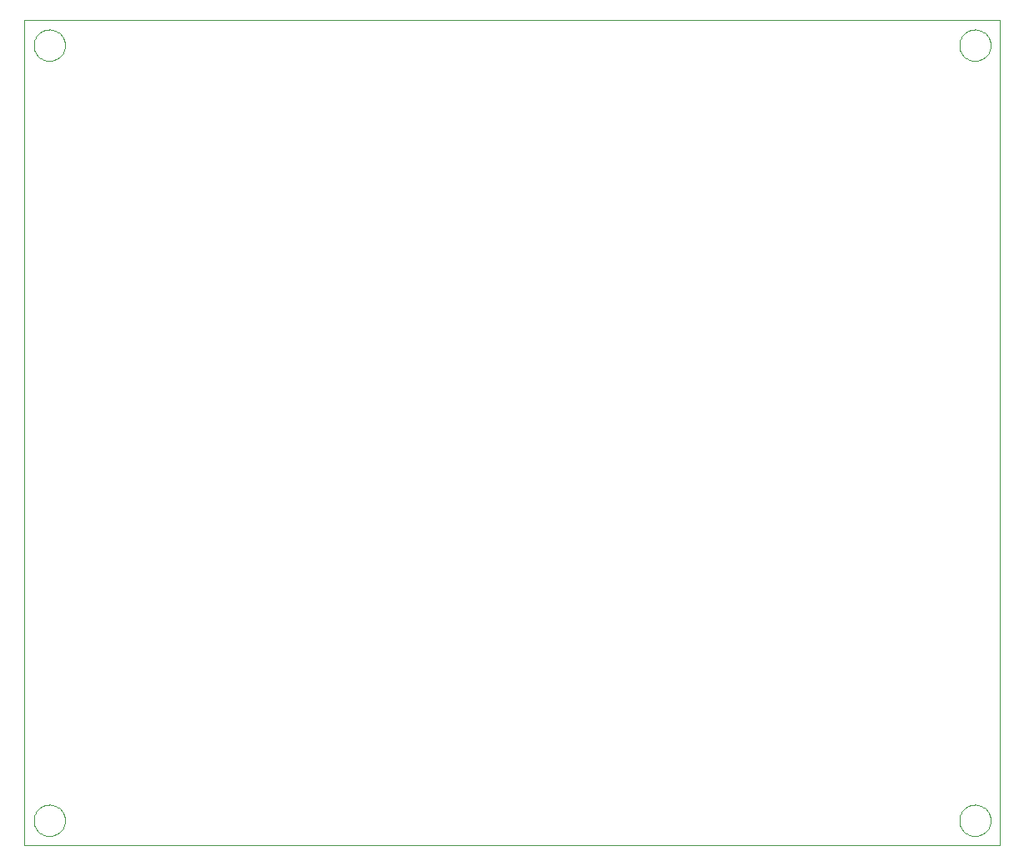
<source format=gko>
G75*
%MOIN*%
%OFA0B0*%
%FSLAX24Y24*%
%IPPOS*%
%LPD*%
%AMOC8*
5,1,8,0,0,1.08239X$1,22.5*
%
%ADD10C,0.0000*%
D10*
X000680Y000680D02*
X000680Y033680D01*
X039680Y033680D01*
X039680Y000680D01*
X000680Y000680D01*
X001055Y001680D02*
X001057Y001730D01*
X001063Y001779D01*
X001073Y001828D01*
X001086Y001875D01*
X001104Y001922D01*
X001125Y001967D01*
X001149Y002010D01*
X001177Y002051D01*
X001208Y002090D01*
X001242Y002126D01*
X001279Y002160D01*
X001319Y002190D01*
X001360Y002217D01*
X001404Y002241D01*
X001449Y002261D01*
X001496Y002277D01*
X001544Y002290D01*
X001593Y002299D01*
X001643Y002304D01*
X001692Y002305D01*
X001742Y002302D01*
X001791Y002295D01*
X001840Y002284D01*
X001887Y002270D01*
X001933Y002251D01*
X001978Y002229D01*
X002021Y002204D01*
X002061Y002175D01*
X002099Y002143D01*
X002135Y002109D01*
X002168Y002071D01*
X002197Y002031D01*
X002223Y001989D01*
X002246Y001945D01*
X002265Y001899D01*
X002281Y001852D01*
X002293Y001803D01*
X002301Y001754D01*
X002305Y001705D01*
X002305Y001655D01*
X002301Y001606D01*
X002293Y001557D01*
X002281Y001508D01*
X002265Y001461D01*
X002246Y001415D01*
X002223Y001371D01*
X002197Y001329D01*
X002168Y001289D01*
X002135Y001251D01*
X002099Y001217D01*
X002061Y001185D01*
X002021Y001156D01*
X001978Y001131D01*
X001933Y001109D01*
X001887Y001090D01*
X001840Y001076D01*
X001791Y001065D01*
X001742Y001058D01*
X001692Y001055D01*
X001643Y001056D01*
X001593Y001061D01*
X001544Y001070D01*
X001496Y001083D01*
X001449Y001099D01*
X001404Y001119D01*
X001360Y001143D01*
X001319Y001170D01*
X001279Y001200D01*
X001242Y001234D01*
X001208Y001270D01*
X001177Y001309D01*
X001149Y001350D01*
X001125Y001393D01*
X001104Y001438D01*
X001086Y001485D01*
X001073Y001532D01*
X001063Y001581D01*
X001057Y001630D01*
X001055Y001680D01*
X038055Y001680D02*
X038057Y001730D01*
X038063Y001779D01*
X038073Y001828D01*
X038086Y001875D01*
X038104Y001922D01*
X038125Y001967D01*
X038149Y002010D01*
X038177Y002051D01*
X038208Y002090D01*
X038242Y002126D01*
X038279Y002160D01*
X038319Y002190D01*
X038360Y002217D01*
X038404Y002241D01*
X038449Y002261D01*
X038496Y002277D01*
X038544Y002290D01*
X038593Y002299D01*
X038643Y002304D01*
X038692Y002305D01*
X038742Y002302D01*
X038791Y002295D01*
X038840Y002284D01*
X038887Y002270D01*
X038933Y002251D01*
X038978Y002229D01*
X039021Y002204D01*
X039061Y002175D01*
X039099Y002143D01*
X039135Y002109D01*
X039168Y002071D01*
X039197Y002031D01*
X039223Y001989D01*
X039246Y001945D01*
X039265Y001899D01*
X039281Y001852D01*
X039293Y001803D01*
X039301Y001754D01*
X039305Y001705D01*
X039305Y001655D01*
X039301Y001606D01*
X039293Y001557D01*
X039281Y001508D01*
X039265Y001461D01*
X039246Y001415D01*
X039223Y001371D01*
X039197Y001329D01*
X039168Y001289D01*
X039135Y001251D01*
X039099Y001217D01*
X039061Y001185D01*
X039021Y001156D01*
X038978Y001131D01*
X038933Y001109D01*
X038887Y001090D01*
X038840Y001076D01*
X038791Y001065D01*
X038742Y001058D01*
X038692Y001055D01*
X038643Y001056D01*
X038593Y001061D01*
X038544Y001070D01*
X038496Y001083D01*
X038449Y001099D01*
X038404Y001119D01*
X038360Y001143D01*
X038319Y001170D01*
X038279Y001200D01*
X038242Y001234D01*
X038208Y001270D01*
X038177Y001309D01*
X038149Y001350D01*
X038125Y001393D01*
X038104Y001438D01*
X038086Y001485D01*
X038073Y001532D01*
X038063Y001581D01*
X038057Y001630D01*
X038055Y001680D01*
X038055Y032680D02*
X038057Y032730D01*
X038063Y032779D01*
X038073Y032828D01*
X038086Y032875D01*
X038104Y032922D01*
X038125Y032967D01*
X038149Y033010D01*
X038177Y033051D01*
X038208Y033090D01*
X038242Y033126D01*
X038279Y033160D01*
X038319Y033190D01*
X038360Y033217D01*
X038404Y033241D01*
X038449Y033261D01*
X038496Y033277D01*
X038544Y033290D01*
X038593Y033299D01*
X038643Y033304D01*
X038692Y033305D01*
X038742Y033302D01*
X038791Y033295D01*
X038840Y033284D01*
X038887Y033270D01*
X038933Y033251D01*
X038978Y033229D01*
X039021Y033204D01*
X039061Y033175D01*
X039099Y033143D01*
X039135Y033109D01*
X039168Y033071D01*
X039197Y033031D01*
X039223Y032989D01*
X039246Y032945D01*
X039265Y032899D01*
X039281Y032852D01*
X039293Y032803D01*
X039301Y032754D01*
X039305Y032705D01*
X039305Y032655D01*
X039301Y032606D01*
X039293Y032557D01*
X039281Y032508D01*
X039265Y032461D01*
X039246Y032415D01*
X039223Y032371D01*
X039197Y032329D01*
X039168Y032289D01*
X039135Y032251D01*
X039099Y032217D01*
X039061Y032185D01*
X039021Y032156D01*
X038978Y032131D01*
X038933Y032109D01*
X038887Y032090D01*
X038840Y032076D01*
X038791Y032065D01*
X038742Y032058D01*
X038692Y032055D01*
X038643Y032056D01*
X038593Y032061D01*
X038544Y032070D01*
X038496Y032083D01*
X038449Y032099D01*
X038404Y032119D01*
X038360Y032143D01*
X038319Y032170D01*
X038279Y032200D01*
X038242Y032234D01*
X038208Y032270D01*
X038177Y032309D01*
X038149Y032350D01*
X038125Y032393D01*
X038104Y032438D01*
X038086Y032485D01*
X038073Y032532D01*
X038063Y032581D01*
X038057Y032630D01*
X038055Y032680D01*
X001055Y032680D02*
X001057Y032730D01*
X001063Y032779D01*
X001073Y032828D01*
X001086Y032875D01*
X001104Y032922D01*
X001125Y032967D01*
X001149Y033010D01*
X001177Y033051D01*
X001208Y033090D01*
X001242Y033126D01*
X001279Y033160D01*
X001319Y033190D01*
X001360Y033217D01*
X001404Y033241D01*
X001449Y033261D01*
X001496Y033277D01*
X001544Y033290D01*
X001593Y033299D01*
X001643Y033304D01*
X001692Y033305D01*
X001742Y033302D01*
X001791Y033295D01*
X001840Y033284D01*
X001887Y033270D01*
X001933Y033251D01*
X001978Y033229D01*
X002021Y033204D01*
X002061Y033175D01*
X002099Y033143D01*
X002135Y033109D01*
X002168Y033071D01*
X002197Y033031D01*
X002223Y032989D01*
X002246Y032945D01*
X002265Y032899D01*
X002281Y032852D01*
X002293Y032803D01*
X002301Y032754D01*
X002305Y032705D01*
X002305Y032655D01*
X002301Y032606D01*
X002293Y032557D01*
X002281Y032508D01*
X002265Y032461D01*
X002246Y032415D01*
X002223Y032371D01*
X002197Y032329D01*
X002168Y032289D01*
X002135Y032251D01*
X002099Y032217D01*
X002061Y032185D01*
X002021Y032156D01*
X001978Y032131D01*
X001933Y032109D01*
X001887Y032090D01*
X001840Y032076D01*
X001791Y032065D01*
X001742Y032058D01*
X001692Y032055D01*
X001643Y032056D01*
X001593Y032061D01*
X001544Y032070D01*
X001496Y032083D01*
X001449Y032099D01*
X001404Y032119D01*
X001360Y032143D01*
X001319Y032170D01*
X001279Y032200D01*
X001242Y032234D01*
X001208Y032270D01*
X001177Y032309D01*
X001149Y032350D01*
X001125Y032393D01*
X001104Y032438D01*
X001086Y032485D01*
X001073Y032532D01*
X001063Y032581D01*
X001057Y032630D01*
X001055Y032680D01*
M02*

</source>
